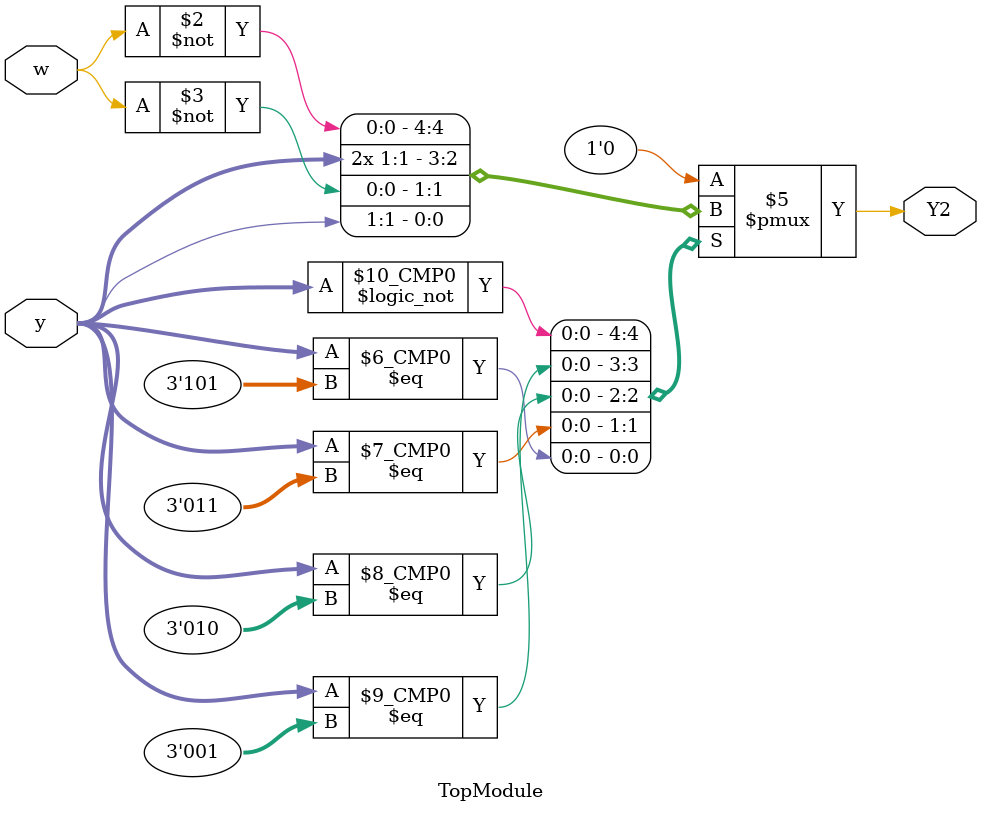
<source format=sv>

module TopModule (
  input [3:1] y,
  input w,
  output reg Y2
);
always @(*) begin
  case(y)
    3'b000: Y2 = ~w; // A -> B (0) or A (1)
    3'b001: Y2 = y[1]; // B -> C (0) or D (1)
    3'b010: Y2 = y[1]; // C -> E (0) or D (1)
    3'b011: Y2 = ~w; // D -> F (0) or A (1)
    3'b100: Y2 = 0; // E stays E (0) or goes to D (1)
    3'b101: Y2 = y[1]; // F -> C (0) or D (1)
    default: Y2 = 0; // Default case, should not occur
  endcase
end

endmodule

</source>
